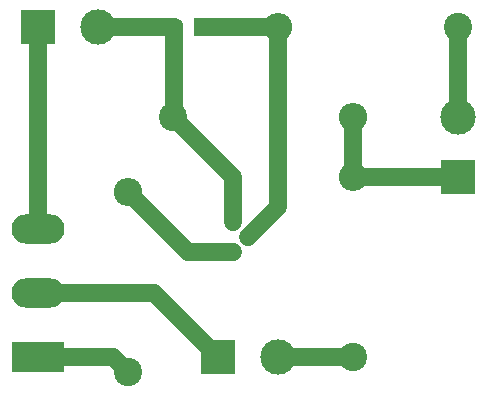
<source format=gbr>
G04 #@! TF.FileFunction,Copper,L1,Top,Signal*
%FSLAX46Y46*%
G04 Gerber Fmt 4.6, Leading zero omitted, Abs format (unit mm)*
G04 Created by KiCad (PCBNEW 4.0.7) date 01/29/18 16:34:23*
%MOMM*%
%LPD*%
G01*
G04 APERTURE LIST*
%ADD10C,0.100000*%
%ADD11R,1.600000X1.600000*%
%ADD12C,1.600000*%
%ADD13R,3.000000X3.000000*%
%ADD14C,3.000000*%
%ADD15C,1.000000*%
%ADD16R,1.000000X1.000000*%
%ADD17R,4.500000X2.500000*%
%ADD18O,4.500000X2.500000*%
%ADD19C,2.400000*%
%ADD20O,2.400000X2.400000*%
%ADD21C,1.500000*%
G04 APERTURE END LIST*
D10*
D11*
X16510000Y31750000D03*
D12*
X14010000Y31750000D03*
D13*
X38100000Y19050000D03*
D14*
X38100000Y24130000D03*
D13*
X2540000Y31750000D03*
D14*
X7620000Y31750000D03*
D13*
X17780000Y3810000D03*
D14*
X22860000Y3810000D03*
D15*
X20320000Y13970000D03*
X19050000Y12700000D03*
D16*
X19050000Y15240000D03*
D17*
X2540000Y3810000D03*
D18*
X2540000Y9260000D03*
X2540000Y14710000D03*
D19*
X38100000Y31750000D03*
D20*
X22860000Y31750000D03*
D19*
X10160000Y2540000D03*
D20*
X10160000Y17780000D03*
D19*
X29210000Y3810000D03*
D20*
X29210000Y19050000D03*
D19*
X13970000Y24130000D03*
D20*
X29210000Y24130000D03*
D21*
X22860000Y31750000D02*
X22860000Y16510000D01*
X22860000Y16510000D02*
X20320000Y13970000D01*
X22860000Y31750000D02*
X16510000Y31750000D01*
X7620000Y31750000D02*
X14010000Y31750000D01*
X14010000Y31750000D02*
X14010000Y24170000D01*
X14010000Y24170000D02*
X13970000Y24130000D01*
X19050000Y15240000D02*
X19050000Y19050000D01*
X19050000Y19050000D02*
X13970000Y24130000D01*
X29210000Y24130000D02*
X29210000Y19050000D01*
X29210000Y19050000D02*
X38100000Y19050000D01*
X38100000Y31750000D02*
X38100000Y24130000D01*
X2540000Y31750000D02*
X2540000Y14710000D01*
X2540000Y9260000D02*
X12330000Y9260000D01*
X12330000Y9260000D02*
X17780000Y3810000D01*
X22860000Y3810000D02*
X29210000Y3810000D01*
X19050000Y12700000D02*
X15240000Y12700000D01*
X15240000Y12700000D02*
X10160000Y17780000D01*
X2540000Y3810000D02*
X8890000Y3810000D01*
X8890000Y3810000D02*
X10160000Y2540000D01*
M02*

</source>
